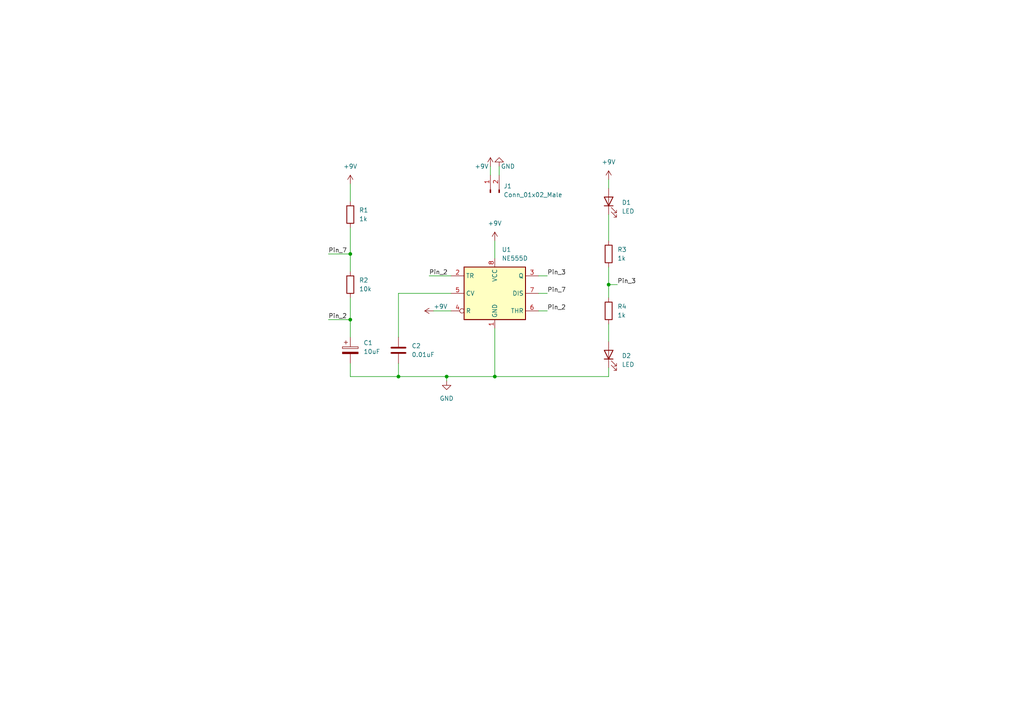
<source format=kicad_sch>
(kicad_sch (version 20211123) (generator eeschema)
  (paper "A4")
  (lib_symbols
    (symbol "Connector:Conn_01x02_Male" (pin_names (offset 1.016) hide)
      (property "Reference" "J" (at 0 2.54 0))
      (property "Value" "Conn_01x02_Male" (at 0 -5.08 0))
      (symbol "Conn_01x02_Male_1_1"
        (polyline (pts (xy 1.27 -2.54) (xy 0.8636 -2.54)) (stroke (width 0.1524)))
        (polyline (pts (xy 1.27 0) (xy 0.8636 0)) (stroke (width 0.1524)))
        (rectangle (start 0.8636 -2.413) (end 0 -2.667) (stroke (width 0.1524)) (fill (type outline)))
        (rectangle (start 0.8636 0.127) (end 0 -0.127) (stroke (width 0.1524)) (fill (type outline)))
        (pin passive line (at 5.08 0 180) (length 3.81) (name "Pin_1") (number "1"))
        (pin passive line (at 5.08 -2.54 180) (length 3.81) (name "Pin_2") (number "2"))
      )
    )
    (symbol "Device:C" (pin_numbers hide) (pin_names (offset 0.254))
      (property "Reference" "C" (at 0.635 2.54 0))
      (property "Value" "C" (at 0.635 -2.54 0))
      (symbol "C_0_1"
        (polyline (pts (xy -2.032 -0.762) (xy 2.032 -0.762)) (stroke (width 0.508)))
        (polyline (pts (xy -2.032 0.762) (xy 2.032 0.762)) (stroke (width 0.508)))
      )
      (symbol "C_1_1"
        (pin passive line (at 0 3.81 270) (length 2.794) (name "~") (number "1"))
        (pin passive line (at 0 -3.81 90) (length 2.794) (name "~") (number "2"))
      )
    )
    (symbol "Device:C_Polarized" (pin_numbers hide) (pin_names (offset 0.254))
      (property "Reference" "C" (at 0.635 2.54 0))
      (property "Value" "C_Polarized" (at 0.635 -2.54 0))
      (symbol "C_Polarized_0_1"
        (rectangle (start -2.286 0.508) (end 2.286 1.016))
        (polyline (pts (xy -1.778 2.286) (xy -0.762 2.286)))
        (polyline (pts (xy -1.27 2.794) (xy -1.27 1.778)))
        (rectangle (start 2.286 -0.508) (end -2.286 -1.016) (fill (type outline)))
      )
      (symbol "C_Polarized_1_1"
        (pin passive line (at 0 3.81 270) (length 2.794) (name "~") (number "1"))
        (pin passive line (at 0 -3.81 90) (length 2.794) (name "~") (number "2"))
      )
    )
    (symbol "Device:LED" (pin_numbers hide) (pin_names (offset 1.016) hide)
      (property "Reference" "D" (at 0 2.54 0))
      (property "Value" "LED" (at 0 -2.54 0))
      (symbol "LED_0_1"
        (polyline (pts (xy -1.27 -1.27) (xy -1.27 1.27)) (stroke (width 0.254)))
        (polyline (pts (xy -1.27 0) (xy 1.27 0)))
        (polyline (pts (xy 1.27 -1.27) (xy 1.27 1.27) (xy -1.27 0) (xy 1.27 -1.27)) (stroke (width 0.254)))
        (polyline (pts (xy -3.048 -0.762) (xy -4.572 -2.286) (xy -3.81 -2.286) (xy -4.572 -2.286) (xy -4.572 -1.524)))
        (polyline (pts (xy -1.778 -0.762) (xy -3.302 -2.286) (xy -2.54 -2.286) (xy -3.302 -2.286) (xy -3.302 -1.524)))
      )
      (symbol "LED_1_1"
        (pin passive line (at -3.81 0 0) (length 2.54) (name "K") (number "1"))
        (pin passive line (at 3.81 0 180) (length 2.54) (name "A") (number "2"))
      )
    )
    (symbol "Device:R" (pin_numbers hide) (pin_names (offset 0))
      (property "Reference" "R" (at 2.032 0 90))
      (property "Value" "R" (at 0 0 90))
      (symbol "R_0_1"
        (rectangle (start -1.016 -2.54) (end 1.016 2.54) (stroke (width 0.254)))
      )
      (symbol "R_1_1"
        (pin passive line (at 0 3.81 270) (length 1.27) (name "~") (number "1"))
        (pin passive line (at 0 -3.81 90) (length 1.27) (name "~") (number "2"))
      )
    )
    (symbol "Timer:NE555D"
      (property "Reference" "U" (at -10.16 8.89 0))
      (property "Value" "NE555D" (at 2.54 8.89 0))
      (symbol "NE555D_0_0"
        (pin power_in line (at 0 -10.16 90) (length 2.54) (name "GND") (number "1"))
        (pin power_in line (at 0 10.16 270) (length 2.54) (name "VCC") (number "8"))
      )
      (symbol "NE555D_0_1"
        (rectangle (start -8.89 -7.62) (end 8.89 7.62) (stroke (width 0.254)) (fill (type background)))
        (rectangle (start -8.89 -7.62) (end 8.89 7.62) (stroke (width 0.254)) (fill (type background)))
      )
      (symbol "NE555D_1_1"
        (pin input line (at -12.7 5.08 0) (length 3.81) (name "TR") (number "2"))
        (pin output line (at 12.7 5.08 180) (length 3.81) (name "Q") (number "3"))
        (pin input inverted (at -12.7 -5.08 0) (length 3.81) (name "R") (number "4"))
        (pin input line (at -12.7 0 0) (length 3.81) (name "CV") (number "5"))
        (pin input line (at 12.7 -5.08 180) (length 3.81) (name "THR") (number "6"))
        (pin input line (at 12.7 0 180) (length 3.81) (name "DIS") (number "7"))
      )
    )
    (symbol "power:+9V" (power) (pin_names (offset 0))
      (property "Value" "+9V" (at 0 3.556 0))
      (symbol "+9V_0_1"
        (polyline (pts (xy -0.762 1.27) (xy 0 2.54)))
        (polyline (pts (xy 0 0) (xy 0 2.54)))
        (polyline (pts (xy 0 2.54) (xy 0.762 1.27)))
      )
      (symbol "+9V_1_1"
        (pin power_in line (at 0 0 90) (length 0) hide (name "+9V") (number "1"))
      )
    )
    (symbol "power:GND" (power) (pin_names (offset 0))
      (property "Value" "GND" (at 0 -3.81 0))
      (symbol "GND_0_1"
        (polyline (pts (xy 0 0) (xy 0 -1.27) (xy 1.27 -1.27) (xy 0 -2.54) (xy -1.27 -1.27) (xy 0 -1.27)))
      )
      (symbol "GND_1_1"
        (pin power_in line (at 0 0 270) (length 0) hide (name "GND") (number "1"))
      )
    )
  )
  (junction (at 129.54 109.22))
  (junction (at 143.51 109.22))
  (junction (at 101.6 73.66))
  (junction (at 115.57 109.22))
  (junction (at 101.6 92.71))
  (junction (at 176.53 82.55))
  (wire (pts (xy 129.54 109.22) (xy 143.51 109.22)))
  (wire (pts (xy 101.6 86.36) (xy 101.6 92.71)))
  (wire (pts (xy 176.53 106.68) (xy 176.53 109.22)))
  (wire (pts (xy 156.21 80.01) (xy 158.75 80.01)))
  (wire (pts (xy 115.57 109.22) (xy 129.54 109.22)))
  (wire (pts (xy 176.53 54.61) (xy 176.53 52.07)))
  (wire (pts (xy 176.53 77.47) (xy 176.53 82.55)))
  (wire (pts (xy 95.25 92.71) (xy 101.6 92.71)))
  (wire (pts (xy 142.24 48.26) (xy 142.24 50.8)))
  (wire (pts (xy 143.51 109.22) (xy 176.53 109.22)))
  (wire (pts (xy 176.53 82.55) (xy 179.07 82.55)))
  (wire (pts (xy 101.6 105.41) (xy 101.6 109.22)))
  (wire (pts (xy 125.73 90.17) (xy 130.81 90.17)))
  (wire (pts (xy 156.21 85.09) (xy 158.75 85.09)))
  (wire (pts (xy 101.6 73.66) (xy 101.6 78.74)))
  (wire (pts (xy 101.6 66.04) (xy 101.6 73.66)))
  (wire (pts (xy 176.53 82.55) (xy 176.53 86.36)))
  (wire (pts (xy 129.54 110.49) (xy 129.54 109.22)))
  (wire (pts (xy 176.53 93.98) (xy 176.53 99.06)))
  (wire (pts (xy 144.78 48.26) (xy 144.78 50.8)))
  (wire (pts (xy 124.46 80.01) (xy 130.81 80.01)))
  (wire (pts (xy 156.21 90.17) (xy 158.75 90.17)))
  (wire (pts (xy 95.25 73.66) (xy 101.6 73.66)))
  (wire (pts (xy 143.51 95.25) (xy 143.51 109.22)))
  (wire (pts (xy 101.6 92.71) (xy 101.6 97.79)))
  (wire (pts (xy 115.57 85.09) (xy 130.81 85.09)))
  (wire (pts (xy 143.51 69.85) (xy 143.51 74.93)))
  (wire (pts (xy 101.6 53.34) (xy 101.6 58.42)))
  (wire (pts (xy 115.57 105.41) (xy 115.57 109.22)))
  (wire (pts (xy 115.57 85.09) (xy 115.57 97.79)))
  (wire (pts (xy 176.53 62.23) (xy 176.53 69.85)))
  (wire (pts (xy 101.6 109.22) (xy 115.57 109.22)))
  (label "Pin_2" (at 124.46 80.01 0))
  (label "Pin_3" (at 158.75 80.01 0))
  (label "Pin_7" (at 95.25 73.66 0))
  (label "Pin_2" (at 158.75 90.17 0))
  (label "Pin_2" (at 95.25 92.71 0))
  (label "Pin_3" (at 179.07 82.55 0))
  (label "Pin_7" (at 158.75 85.09 0))
  (symbol (lib_id "Device:C") (at 115.57 101.6 0) (unit 1)
    (property "Reference" "C2" (at 119.38 100.3299 0) (effects (justify left)))
    (property "Value" "0.01uF" (at 119.38 102.8699 0) (effects (justify left)))
    (property "Footprint" "Capacitor_SMD:C_0805_2012Metric_Pad1.18x1.45mm_HandSolder" (effects hide))
  )
  (symbol (lib_id "Device:LED") (at 176.53 102.87 90) (unit 1)
    (property "Reference" "D2" (at 180.34 103.1874 90) (effects (justify right)))
    (property "Value" "LED" (at 180.34 105.7274 90) (effects (justify right)))
    (property "Footprint" "LED_SMD:LED_1206_3216Metric_Pad1.42x1.75mm_HandSolder" (effects hide))
  )
  (symbol (lib_id "power:+9V") (at 176.53 52.07 0) (unit 1)
    (property "Reference" "#PWR03" (effects hide))
    (property "Value" "+9V" (at 176.53 46.99 0))
  )
  (symbol (lib_id "Device:R") (at 101.6 82.55 0) (unit 1)
    (property "Reference" "R2" (at 104.14 81.2799 0) (effects (justify left)))
    (property "Value" "10k" (at 104.14 83.8199 0) (effects (justify left)))
    (property "Footprint" "Resistor_SMD:R_0805_2012Metric_Pad1.20x1.40mm_HandSolder" (effects hide))
  )
  (symbol (lib_id "Connector:Conn_01x02_Male") (at 142.24 55.88 90) (unit 1)
    (property "Reference" "J1" (at 146.05 53.9749 90) (effects (justify right)))
    (property "Value" "Conn_01x02_Male" (at 146.05 56.5149 90) (effects (justify right)))
    (property "Footprint" "TerminalBlock:TerminalBlock_bornier-2_P5.08mm" (effects hide))
  )
  (symbol (lib_id "power:GND") (at 144.78 48.26 180) (unit 1)
    (property "Reference" "#PWR02" (effects hide))
    (property "Value" "GND" (at 147.32 48.26 0))
  )
  (symbol (lib_id "power:+9V") (at 142.24 48.26 0) (unit 1)
    (property "Reference" "#PWR01" (effects hide))
    (property "Value" "+9V" (at 139.7 48.26 0))
  )
  (symbol (lib_id "Device:C_Polarized") (at 101.6 101.6 0) (unit 1)
    (property "Reference" "C1" (at 105.41 99.4409 0) (effects (justify left)))
    (property "Value" "10uF" (at 105.41 101.9809 0) (effects (justify left)))
    (property "Footprint" "Capacitor_Tantalum_SMD:CP_EIA-3216-18_Kemet-A_Pad1.58x1.35mm_HandSolder" (effects hide))
  )
  (symbol (lib_id "Device:R") (at 101.6 62.23 0) (unit 1)
    (property "Reference" "R1" (at 104.14 60.9599 0) (effects (justify left)))
    (property "Value" "1k" (at 104.14 63.4999 0) (effects (justify left)))
    (property "Footprint" "Resistor_SMD:R_0805_2012Metric_Pad1.20x1.40mm_HandSolder" (effects hide))
  )
  (symbol (lib_id "Timer:NE555D") (at 143.51 85.09 0) (unit 1)
    (property "Reference" "U1" (at 145.5294 72.39 0) (effects (justify left)))
    (property "Value" "NE555D" (at 145.5294 74.93 0) (effects (justify left)))
    (property "Footprint" "Package_SO:SOIC-8-1EP_3.9x4.9mm_P1.27mm_EP2.29x3mm" (effects hide))
    (property "Datasheet" "http://www.ti.com/lit/ds/symlink/ne555.pdf" (effects hide))
  )
  (symbol (lib_id "power:GND") (at 129.54 110.49 0) (unit 1)
    (property "Reference" "#PWR06" (effects hide))
    (property "Value" "GND" (at 129.54 115.57 0))
  )
  (symbol (lib_id "Device:R") (at 176.53 73.66 0) (unit 1)
    (property "Reference" "R3" (at 179.07 72.3899 0) (effects (justify left)))
    (property "Value" "1k" (at 179.07 74.9299 0) (effects (justify left)))
    (property "Footprint" "Resistor_SMD:R_0805_2012Metric_Pad1.20x1.40mm_HandSolder" (effects hide))
  )
  (symbol (lib_id "Device:LED") (at 176.53 58.42 90) (unit 1)
    (property "Reference" "D1" (at 180.34 58.7374 90) (effects (justify right)))
    (property "Value" "LED" (at 180.34 61.2774 90) (effects (justify right)))
    (property "Footprint" "LED_SMD:LED_1206_3216Metric_Pad1.42x1.75mm_HandSolder" (effects hide))
  )
  (symbol (lib_id "Device:R") (at 176.53 90.17 0) (unit 1)
    (property "Reference" "R4" (at 179.07 88.8999 0) (effects (justify left)))
    (property "Value" "1k" (at 179.07 91.4399 0) (effects (justify left)))
    (property "Footprint" "Resistor_SMD:R_0805_2012Metric_Pad1.20x1.40mm_HandSolder" (effects hide))
  )
  (symbol (lib_id "power:+9V") (at 125.73 90.17 90) (unit 1)
    (property "Reference" "#PWR07" (effects hide))
    (property "Value" "+9V" (at 125.73 88.9 90) (effects (justify right)))
  )
  (symbol (lib_id "power:+9V") (at 143.51 69.85 0) (unit 1)
    (property "Reference" "#PWR05" (effects hide))
    (property "Value" "+9V" (at 143.51 64.77 0))
  )
  (symbol (lib_id "power:+9V") (at 101.6 53.34 0) (unit 1)
    (property "Reference" "#PWR04" (effects hide))
    (property "Value" "+9V" (at 101.6 48.26 0))
  )
)
</source>
